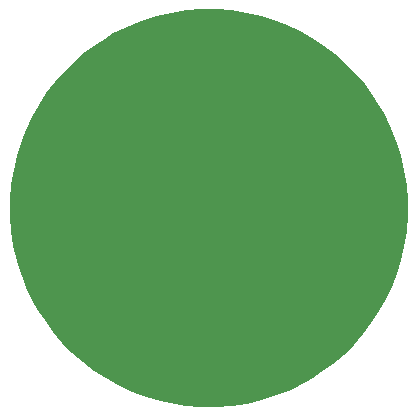
<source format=gbr>
%TF.GenerationSoftware,Altium Limited,Altium Designer,21.8.1 (53)*%
G04 Layer_Color=0*
%FSLAX45Y45*%
%MOMM*%
%TF.SameCoordinates,9CAB6441-B9E9-44DD-A1F1-36E89FF17874*%
%TF.FilePolarity,Positive*%
%TF.FileFunction,NonPlated,1,2,NPTH,Drill*%
%TF.Part,Single*%
G01*
G75*
G36*
X2894882Y3254706D02*
X3025056Y3244490D01*
X3154241Y3224189D01*
X3268999Y3197360D01*
X3381737Y3162528D01*
X3491896Y3119834D01*
X3598925Y3069459D01*
X3702285Y3011622D01*
X3801450Y2946579D01*
X3895917Y2874624D01*
X3985195Y2796085D01*
X4068824Y2711327D01*
X4148494Y2618063D01*
X4219339Y2521932D01*
X4264697Y2451927D01*
X4307314Y2378338D01*
X4364817Y2262668D01*
X4413361Y2142738D01*
X4452615Y2019242D01*
X4482302Y1892897D01*
X4502199Y1764446D01*
X4512144Y1634644D01*
X4512031Y1504267D01*
X4501816Y1374093D01*
X4481515Y1244908D01*
X4454685Y1130151D01*
X4419853Y1017412D01*
X4377159Y907252D01*
X4326785Y800224D01*
X4268947Y696864D01*
X4203905Y597699D01*
X4131950Y503233D01*
X4053411Y413953D01*
X3968652Y330324D01*
X3875389Y250656D01*
X3779258Y179811D01*
X3709252Y134452D01*
X3635663Y91835D01*
X3519993Y34332D01*
X3400064Y-14212D01*
X3276568Y-53466D01*
X3150223Y-83153D01*
X3021771Y-103050D01*
X2891970Y-112995D01*
X2761593Y-112882D01*
X2631419Y-102667D01*
X2502234Y-82366D01*
X2387476Y-55536D01*
X2274738Y-20704D01*
X2164578Y21989D01*
X2057549Y72365D01*
X1954190Y130202D01*
X1855024Y195245D01*
X1760558Y267200D01*
X1671279Y345738D01*
X1587650Y430497D01*
X1507982Y523760D01*
X1437136Y619891D01*
X1391778Y689897D01*
X1349161Y763486D01*
X1291658Y879156D01*
X1243114Y999085D01*
X1203860Y1122581D01*
X1174173Y1248926D01*
X1154275Y1377378D01*
X1144330Y1507179D01*
X1144443Y1637557D01*
X1154659Y1767730D01*
X1174960Y1896915D01*
X1201789Y2011673D01*
X1236621Y2124412D01*
X1279315Y2234571D01*
X1329691Y2341600D01*
X1387527Y2444959D01*
X1452571Y2544125D01*
X1524525Y2638591D01*
X1603064Y2727870D01*
X1687822Y2811499D01*
X1781086Y2891168D01*
X1877216Y2962013D01*
X1947223Y3007372D01*
X2020812Y3049988D01*
X2136482Y3107491D01*
X2256411Y3156035D01*
X2379907Y3195290D01*
X2506252Y3224976D01*
X2634704Y3244873D01*
X2764505Y3254818D01*
X2894882Y3254706D01*
D02*
G37*
G36*
D02*
X3025056Y3244490D01*
X3154241Y3224189D01*
X3268999Y3197360D01*
X3381737Y3162528D01*
X3491896Y3119834D01*
X3598925Y3069459D01*
X3702285Y3011622D01*
X3801450Y2946579D01*
X3895917Y2874624D01*
X3985195Y2796085D01*
X4068824Y2711327D01*
X4148494Y2618063D01*
X4219339Y2521932D01*
X4264697Y2451927D01*
X4307314Y2378338D01*
X4364817Y2262668D01*
X4413361Y2142738D01*
X4452615Y2019242D01*
X4482302Y1892897D01*
X4502199Y1764446D01*
X4512144Y1634644D01*
X4512031Y1504267D01*
X4501816Y1374093D01*
X4481515Y1244908D01*
X4454685Y1130151D01*
X4419853Y1017412D01*
X4377159Y907252D01*
X4326785Y800224D01*
X4268947Y696864D01*
X4203905Y597699D01*
X4131950Y503233D01*
X4053411Y413953D01*
X3968652Y330324D01*
X3875389Y250656D01*
X3779258Y179811D01*
X3709252Y134452D01*
X3635663Y91835D01*
X3519993Y34332D01*
X3400064Y-14212D01*
X3276568Y-53466D01*
X3150223Y-83153D01*
X3021771Y-103050D01*
X2891970Y-112995D01*
X2761593Y-112882D01*
X2631419Y-102667D01*
X2502234Y-82366D01*
X2387476Y-55536D01*
X2274738Y-20704D01*
X2164578Y21989D01*
X2057549Y72365D01*
X1954190Y130202D01*
X1855024Y195245D01*
X1760558Y267200D01*
X1671279Y345738D01*
X1587650Y430497D01*
X1507982Y523760D01*
X1437136Y619891D01*
X1391778Y689897D01*
X1349161Y763486D01*
X1291658Y879156D01*
X1243114Y999085D01*
X1203860Y1122581D01*
X1174173Y1248926D01*
X1154275Y1377378D01*
X1144330Y1507179D01*
X1144443Y1637557D01*
X1154659Y1767730D01*
X1174960Y1896915D01*
X1201789Y2011673D01*
X1236621Y2124412D01*
X1279315Y2234571D01*
X1329691Y2341600D01*
X1387527Y2444959D01*
X1452571Y2544125D01*
X1524525Y2638591D01*
X1603064Y2727870D01*
X1687822Y2811499D01*
X1781086Y2891168D01*
X1877216Y2962013D01*
X1947223Y3007372D01*
X2020812Y3049988D01*
X2136482Y3107491D01*
X2256411Y3156035D01*
X2379907Y3195290D01*
X2506252Y3224976D01*
X2634704Y3244873D01*
X2764505Y3254818D01*
X2894882Y3254706D01*
D02*
G37*
%TF.MD5,7f6f47d2f0e3693819b96ca7c00a34e9*%
M02*

</source>
